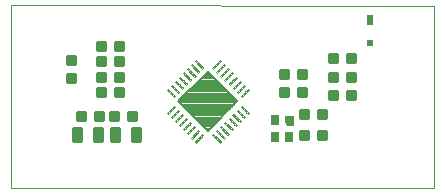
<source format=gtp>
G75*
%MOIN*%
%OFA0B0*%
%FSLAX25Y25*%
%IPPOS*%
%LPD*%
%AMOC8*
5,1,8,0,0,1.08239X$1,22.5*
%
%ADD10C,0.00000*%
%ADD11C,0.00875*%
%ADD12C,0.00728*%
%ADD13C,0.00492*%
%ADD14R,0.01969X0.01969*%
%ADD15R,0.01969X0.03543*%
%ADD16R,0.02953X0.03346*%
%ADD17C,0.00200*%
D10*
X0001250Y0002383D02*
X0001250Y0063593D01*
X0142451Y0063343D01*
X0142451Y0002383D01*
X0001250Y0002383D01*
D11*
X0022187Y0018320D02*
X0024813Y0018320D01*
X0022187Y0018320D02*
X0022187Y0022446D01*
X0024813Y0022446D01*
X0024813Y0018320D01*
X0024813Y0019194D02*
X0022187Y0019194D01*
X0022187Y0020068D02*
X0024813Y0020068D01*
X0024813Y0020942D02*
X0022187Y0020942D01*
X0022187Y0021816D02*
X0024813Y0021816D01*
X0029187Y0018320D02*
X0031813Y0018320D01*
X0029187Y0018320D02*
X0029187Y0022446D01*
X0031813Y0022446D01*
X0031813Y0018320D01*
X0031813Y0019194D02*
X0029187Y0019194D01*
X0029187Y0020068D02*
X0031813Y0020068D01*
X0031813Y0020942D02*
X0029187Y0020942D01*
X0029187Y0021816D02*
X0031813Y0021816D01*
X0034687Y0018320D02*
X0037313Y0018320D01*
X0034687Y0018320D02*
X0034687Y0022446D01*
X0037313Y0022446D01*
X0037313Y0018320D01*
X0037313Y0019194D02*
X0034687Y0019194D01*
X0034687Y0020068D02*
X0037313Y0020068D01*
X0037313Y0020942D02*
X0034687Y0020942D01*
X0034687Y0021816D02*
X0037313Y0021816D01*
X0041687Y0018320D02*
X0044313Y0018320D01*
X0041687Y0018320D02*
X0041687Y0022446D01*
X0044313Y0022446D01*
X0044313Y0018320D01*
X0044313Y0019194D02*
X0041687Y0019194D01*
X0041687Y0020068D02*
X0044313Y0020068D01*
X0044313Y0020942D02*
X0041687Y0020942D01*
X0041687Y0021816D02*
X0044313Y0021816D01*
X0043063Y0025070D02*
X0040437Y0025070D01*
X0040437Y0027696D01*
X0043063Y0027696D01*
X0043063Y0025070D01*
X0043063Y0025944D02*
X0040437Y0025944D01*
X0040437Y0026818D02*
X0043063Y0026818D01*
X0043063Y0027692D02*
X0040437Y0027692D01*
X0037063Y0025070D02*
X0034437Y0025070D01*
X0034437Y0027696D01*
X0037063Y0027696D01*
X0037063Y0025070D01*
X0037063Y0025944D02*
X0034437Y0025944D01*
X0034437Y0026818D02*
X0037063Y0026818D01*
X0037063Y0027692D02*
X0034437Y0027692D01*
X0032063Y0027696D02*
X0029437Y0027696D01*
X0032063Y0027696D02*
X0032063Y0025070D01*
X0029437Y0025070D01*
X0029437Y0027696D01*
X0029437Y0025944D02*
X0032063Y0025944D01*
X0032063Y0026818D02*
X0029437Y0026818D01*
X0029437Y0027692D02*
X0032063Y0027692D01*
X0026063Y0027696D02*
X0023437Y0027696D01*
X0026063Y0027696D02*
X0026063Y0025070D01*
X0023437Y0025070D01*
X0023437Y0027696D01*
X0023437Y0025944D02*
X0026063Y0025944D01*
X0026063Y0026818D02*
X0023437Y0026818D01*
X0023437Y0027692D02*
X0026063Y0027692D01*
X0030187Y0035946D02*
X0032813Y0035946D01*
X0032813Y0033320D01*
X0030187Y0033320D01*
X0030187Y0035946D01*
X0030187Y0034194D02*
X0032813Y0034194D01*
X0032813Y0035068D02*
X0030187Y0035068D01*
X0030187Y0035942D02*
X0032813Y0035942D01*
X0036187Y0035946D02*
X0038813Y0035946D01*
X0038813Y0033320D01*
X0036187Y0033320D01*
X0036187Y0035946D01*
X0036187Y0034194D02*
X0038813Y0034194D01*
X0038813Y0035068D02*
X0036187Y0035068D01*
X0036187Y0035942D02*
X0038813Y0035942D01*
X0038813Y0038320D02*
X0036187Y0038320D01*
X0036187Y0040946D01*
X0038813Y0040946D01*
X0038813Y0038320D01*
X0038813Y0039194D02*
X0036187Y0039194D01*
X0036187Y0040068D02*
X0038813Y0040068D01*
X0038813Y0040942D02*
X0036187Y0040942D01*
X0032813Y0038320D02*
X0030187Y0038320D01*
X0030187Y0040946D01*
X0032813Y0040946D01*
X0032813Y0038320D01*
X0032813Y0039194D02*
X0030187Y0039194D01*
X0030187Y0040068D02*
X0032813Y0040068D01*
X0032813Y0040942D02*
X0030187Y0040942D01*
X0030187Y0046196D02*
X0032813Y0046196D01*
X0032813Y0043570D01*
X0030187Y0043570D01*
X0030187Y0046196D01*
X0030187Y0044444D02*
X0032813Y0044444D01*
X0032813Y0045318D02*
X0030187Y0045318D01*
X0030187Y0046192D02*
X0032813Y0046192D01*
X0036187Y0046196D02*
X0038813Y0046196D01*
X0038813Y0043570D01*
X0036187Y0043570D01*
X0036187Y0046196D01*
X0036187Y0044444D02*
X0038813Y0044444D01*
X0038813Y0045318D02*
X0036187Y0045318D01*
X0036187Y0046192D02*
X0038813Y0046192D01*
X0038813Y0051196D02*
X0036187Y0051196D01*
X0038813Y0051196D02*
X0038813Y0048570D01*
X0036187Y0048570D01*
X0036187Y0051196D01*
X0036187Y0049444D02*
X0038813Y0049444D01*
X0038813Y0050318D02*
X0036187Y0050318D01*
X0036187Y0051192D02*
X0038813Y0051192D01*
X0032813Y0051196D02*
X0030187Y0051196D01*
X0032813Y0051196D02*
X0032813Y0048570D01*
X0030187Y0048570D01*
X0030187Y0051196D01*
X0030187Y0049444D02*
X0032813Y0049444D01*
X0032813Y0050318D02*
X0030187Y0050318D01*
X0030187Y0051192D02*
X0032813Y0051192D01*
X0022813Y0046446D02*
X0022813Y0043820D01*
X0020187Y0043820D01*
X0020187Y0046446D01*
X0022813Y0046446D01*
X0022813Y0044694D02*
X0020187Y0044694D01*
X0020187Y0045568D02*
X0022813Y0045568D01*
X0022813Y0046442D02*
X0020187Y0046442D01*
X0022813Y0040446D02*
X0022813Y0037820D01*
X0020187Y0037820D01*
X0020187Y0040446D01*
X0022813Y0040446D01*
X0022813Y0038694D02*
X0020187Y0038694D01*
X0020187Y0039568D02*
X0022813Y0039568D01*
X0022813Y0040442D02*
X0020187Y0040442D01*
X0090937Y0041696D02*
X0093563Y0041696D01*
X0093563Y0039070D01*
X0090937Y0039070D01*
X0090937Y0041696D01*
X0090937Y0039944D02*
X0093563Y0039944D01*
X0093563Y0040818D02*
X0090937Y0040818D01*
X0090937Y0041692D02*
X0093563Y0041692D01*
X0096937Y0041696D02*
X0099563Y0041696D01*
X0099563Y0039070D01*
X0096937Y0039070D01*
X0096937Y0041696D01*
X0096937Y0039944D02*
X0099563Y0039944D01*
X0099563Y0040818D02*
X0096937Y0040818D01*
X0096937Y0041692D02*
X0099563Y0041692D01*
X0107437Y0040946D02*
X0110063Y0040946D01*
X0110063Y0038320D01*
X0107437Y0038320D01*
X0107437Y0040946D01*
X0107437Y0039194D02*
X0110063Y0039194D01*
X0110063Y0040068D02*
X0107437Y0040068D01*
X0107437Y0040942D02*
X0110063Y0040942D01*
X0113437Y0040946D02*
X0116063Y0040946D01*
X0116063Y0038320D01*
X0113437Y0038320D01*
X0113437Y0040946D01*
X0113437Y0039194D02*
X0116063Y0039194D01*
X0116063Y0040068D02*
X0113437Y0040068D01*
X0113437Y0040942D02*
X0116063Y0040942D01*
X0116063Y0047196D02*
X0113437Y0047196D01*
X0116063Y0047196D02*
X0116063Y0044570D01*
X0113437Y0044570D01*
X0113437Y0047196D01*
X0113437Y0045444D02*
X0116063Y0045444D01*
X0116063Y0046318D02*
X0113437Y0046318D01*
X0113437Y0047192D02*
X0116063Y0047192D01*
X0110063Y0047196D02*
X0107437Y0047196D01*
X0110063Y0047196D02*
X0110063Y0044570D01*
X0107437Y0044570D01*
X0107437Y0047196D01*
X0107437Y0045444D02*
X0110063Y0045444D01*
X0110063Y0046318D02*
X0107437Y0046318D01*
X0107437Y0047192D02*
X0110063Y0047192D01*
X0099636Y0033247D02*
X0097010Y0033247D01*
X0097010Y0035873D01*
X0099636Y0035873D01*
X0099636Y0033247D01*
X0099636Y0034121D02*
X0097010Y0034121D01*
X0097010Y0034995D02*
X0099636Y0034995D01*
X0099636Y0035869D02*
X0097010Y0035869D01*
X0093636Y0033247D02*
X0091010Y0033247D01*
X0091010Y0035873D01*
X0093636Y0035873D01*
X0093636Y0033247D01*
X0093636Y0034121D02*
X0091010Y0034121D01*
X0091010Y0034995D02*
X0093636Y0034995D01*
X0093636Y0035869D02*
X0091010Y0035869D01*
X0107437Y0032320D02*
X0110063Y0032320D01*
X0107437Y0032320D02*
X0107437Y0034946D01*
X0110063Y0034946D01*
X0110063Y0032320D01*
X0110063Y0033194D02*
X0107437Y0033194D01*
X0107437Y0034068D02*
X0110063Y0034068D01*
X0110063Y0034942D02*
X0107437Y0034942D01*
X0113437Y0032320D02*
X0116063Y0032320D01*
X0113437Y0032320D02*
X0113437Y0034946D01*
X0116063Y0034946D01*
X0116063Y0032320D01*
X0116063Y0033194D02*
X0113437Y0033194D01*
X0113437Y0034068D02*
X0116063Y0034068D01*
X0116063Y0034942D02*
X0113437Y0034942D01*
X0106417Y0028385D02*
X0103791Y0028385D01*
X0106417Y0028385D02*
X0106417Y0025759D01*
X0103791Y0025759D01*
X0103791Y0028385D01*
X0103791Y0026633D02*
X0106417Y0026633D01*
X0106417Y0027507D02*
X0103791Y0027507D01*
X0103791Y0028381D02*
X0106417Y0028381D01*
X0100417Y0028385D02*
X0097791Y0028385D01*
X0100417Y0028385D02*
X0100417Y0025759D01*
X0097791Y0025759D01*
X0097791Y0028385D01*
X0097791Y0026633D02*
X0100417Y0026633D01*
X0100417Y0027507D02*
X0097791Y0027507D01*
X0097791Y0028381D02*
X0100417Y0028381D01*
X0100313Y0021524D02*
X0097687Y0021524D01*
X0100313Y0021524D02*
X0100313Y0018898D01*
X0097687Y0018898D01*
X0097687Y0021524D01*
X0097687Y0019772D02*
X0100313Y0019772D01*
X0100313Y0020646D02*
X0097687Y0020646D01*
X0097687Y0021520D02*
X0100313Y0021520D01*
X0103687Y0021524D02*
X0106313Y0021524D01*
X0106313Y0018898D01*
X0103687Y0018898D01*
X0103687Y0021524D01*
X0103687Y0019772D02*
X0106313Y0019772D01*
X0106313Y0020646D02*
X0103687Y0020646D01*
X0103687Y0021520D02*
X0106313Y0021520D01*
D12*
X0076784Y0031383D02*
X0067000Y0041167D01*
X0076784Y0031383D02*
X0067000Y0021599D01*
X0057216Y0031383D01*
X0067000Y0041167D01*
X0067727Y0022326D02*
X0066273Y0022326D01*
X0065546Y0023053D02*
X0068454Y0023053D01*
X0069181Y0023780D02*
X0064819Y0023780D01*
X0064092Y0024507D02*
X0069908Y0024507D01*
X0070635Y0025234D02*
X0063365Y0025234D01*
X0062638Y0025961D02*
X0071362Y0025961D01*
X0072089Y0026688D02*
X0061911Y0026688D01*
X0061184Y0027415D02*
X0072816Y0027415D01*
X0073543Y0028142D02*
X0060457Y0028142D01*
X0059730Y0028869D02*
X0074270Y0028869D01*
X0074997Y0029596D02*
X0059003Y0029596D01*
X0058276Y0030323D02*
X0075724Y0030323D01*
X0076451Y0031050D02*
X0057549Y0031050D01*
X0057610Y0031777D02*
X0076390Y0031777D01*
X0075663Y0032504D02*
X0058337Y0032504D01*
X0059064Y0033231D02*
X0074936Y0033231D01*
X0074209Y0033958D02*
X0059791Y0033958D01*
X0060518Y0034685D02*
X0073482Y0034685D01*
X0072755Y0035412D02*
X0061245Y0035412D01*
X0061972Y0036139D02*
X0072028Y0036139D01*
X0071301Y0036866D02*
X0062699Y0036866D01*
X0063426Y0037593D02*
X0070574Y0037593D01*
X0069847Y0038320D02*
X0064153Y0038320D01*
X0064880Y0039047D02*
X0069120Y0039047D01*
X0068393Y0039774D02*
X0065607Y0039774D01*
X0066334Y0040501D02*
X0067666Y0040501D01*
D13*
X0069854Y0041267D02*
X0072288Y0043701D01*
X0072636Y0043353D01*
X0070202Y0040919D01*
X0069854Y0041267D01*
X0069997Y0041410D02*
X0070693Y0041410D01*
X0070488Y0041901D02*
X0071184Y0041901D01*
X0070979Y0042392D02*
X0071675Y0042392D01*
X0071470Y0042883D02*
X0072166Y0042883D01*
X0071961Y0043374D02*
X0072615Y0043374D01*
X0070896Y0045092D02*
X0068462Y0042658D01*
X0070896Y0045092D02*
X0071244Y0044744D01*
X0068810Y0042310D01*
X0068462Y0042658D01*
X0068605Y0042801D02*
X0069301Y0042801D01*
X0069096Y0043292D02*
X0069792Y0043292D01*
X0069587Y0043783D02*
X0070283Y0043783D01*
X0070078Y0044274D02*
X0070774Y0044274D01*
X0070569Y0044765D02*
X0071223Y0044765D01*
X0065190Y0042310D02*
X0062756Y0044744D01*
X0063104Y0045092D01*
X0065538Y0042658D01*
X0065190Y0042310D01*
X0065395Y0042801D02*
X0064699Y0042801D01*
X0064904Y0043292D02*
X0064208Y0043292D01*
X0064413Y0043783D02*
X0063717Y0043783D01*
X0063922Y0044274D02*
X0063226Y0044274D01*
X0063431Y0044765D02*
X0062777Y0044765D01*
X0061433Y0043422D02*
X0063867Y0040988D01*
X0061433Y0043422D02*
X0061781Y0043770D01*
X0064215Y0041336D01*
X0063867Y0040988D01*
X0064072Y0041479D02*
X0063376Y0041479D01*
X0063581Y0041970D02*
X0062885Y0041970D01*
X0063090Y0042461D02*
X0062394Y0042461D01*
X0062599Y0042952D02*
X0061903Y0042952D01*
X0062108Y0043443D02*
X0061454Y0043443D01*
X0060111Y0042100D02*
X0062545Y0039666D01*
X0060111Y0042100D02*
X0060459Y0042448D01*
X0062893Y0040014D01*
X0062545Y0039666D01*
X0062750Y0040157D02*
X0062054Y0040157D01*
X0062259Y0040648D02*
X0061563Y0040648D01*
X0061768Y0041139D02*
X0061072Y0041139D01*
X0061277Y0041630D02*
X0060581Y0041630D01*
X0060786Y0042121D02*
X0060132Y0042121D01*
X0058719Y0040708D02*
X0061153Y0038274D01*
X0058719Y0040708D02*
X0059067Y0041056D01*
X0061501Y0038622D01*
X0061153Y0038274D01*
X0061358Y0038765D02*
X0060662Y0038765D01*
X0060867Y0039256D02*
X0060171Y0039256D01*
X0060376Y0039747D02*
X0059680Y0039747D01*
X0059885Y0040238D02*
X0059189Y0040238D01*
X0059394Y0040729D02*
X0058740Y0040729D01*
X0057327Y0039316D02*
X0059761Y0036882D01*
X0057327Y0039316D02*
X0057675Y0039664D01*
X0060109Y0037230D01*
X0059761Y0036882D01*
X0059966Y0037373D02*
X0059270Y0037373D01*
X0059475Y0037864D02*
X0058779Y0037864D01*
X0058984Y0038355D02*
X0058288Y0038355D01*
X0058493Y0038846D02*
X0057797Y0038846D01*
X0058002Y0039337D02*
X0057348Y0039337D01*
X0056005Y0037994D02*
X0058439Y0035560D01*
X0056005Y0037994D02*
X0056353Y0038342D01*
X0058787Y0035908D01*
X0058439Y0035560D01*
X0058644Y0036051D02*
X0057948Y0036051D01*
X0058153Y0036542D02*
X0057457Y0036542D01*
X0057662Y0037033D02*
X0056966Y0037033D01*
X0057171Y0037524D02*
X0056475Y0037524D01*
X0056680Y0038015D02*
X0056026Y0038015D01*
X0054613Y0036602D02*
X0057047Y0034168D01*
X0054613Y0036602D02*
X0054961Y0036950D01*
X0057395Y0034516D01*
X0057047Y0034168D01*
X0057252Y0034659D02*
X0056556Y0034659D01*
X0056761Y0035150D02*
X0056065Y0035150D01*
X0056270Y0035641D02*
X0055574Y0035641D01*
X0055779Y0036132D02*
X0055083Y0036132D01*
X0055288Y0036623D02*
X0054634Y0036623D01*
X0053290Y0035279D02*
X0055724Y0032845D01*
X0053290Y0035279D02*
X0053638Y0035627D01*
X0056072Y0033193D01*
X0055724Y0032845D01*
X0055929Y0033336D02*
X0055233Y0033336D01*
X0055438Y0033827D02*
X0054742Y0033827D01*
X0054947Y0034318D02*
X0054251Y0034318D01*
X0054456Y0034809D02*
X0053760Y0034809D01*
X0053965Y0035300D02*
X0053311Y0035300D01*
X0056072Y0029572D02*
X0053638Y0027138D01*
X0053290Y0027486D01*
X0055724Y0029920D01*
X0056072Y0029572D01*
X0054129Y0027629D02*
X0053433Y0027629D01*
X0053924Y0028120D02*
X0054620Y0028120D01*
X0054415Y0028611D02*
X0055111Y0028611D01*
X0054906Y0029102D02*
X0055602Y0029102D01*
X0055397Y0029593D02*
X0056051Y0029593D01*
X0057395Y0028250D02*
X0054961Y0025816D01*
X0054613Y0026164D01*
X0057047Y0028598D01*
X0057395Y0028250D01*
X0055452Y0026307D02*
X0054756Y0026307D01*
X0055247Y0026798D02*
X0055943Y0026798D01*
X0055738Y0027289D02*
X0056434Y0027289D01*
X0056229Y0027780D02*
X0056925Y0027780D01*
X0056720Y0028271D02*
X0057374Y0028271D01*
X0058717Y0026928D02*
X0056283Y0024494D01*
X0055935Y0024842D01*
X0058369Y0027276D01*
X0058717Y0026928D01*
X0056774Y0024985D02*
X0056078Y0024985D01*
X0056569Y0025476D02*
X0057265Y0025476D01*
X0057060Y0025967D02*
X0057756Y0025967D01*
X0057551Y0026458D02*
X0058247Y0026458D01*
X0058042Y0026949D02*
X0058696Y0026949D01*
X0060109Y0025536D02*
X0057675Y0023102D01*
X0057327Y0023450D01*
X0059761Y0025884D01*
X0060109Y0025536D01*
X0058166Y0023593D02*
X0057470Y0023593D01*
X0057961Y0024084D02*
X0058657Y0024084D01*
X0058452Y0024575D02*
X0059148Y0024575D01*
X0058943Y0025066D02*
X0059639Y0025066D01*
X0059434Y0025557D02*
X0060088Y0025557D01*
X0061501Y0024144D02*
X0059067Y0021710D01*
X0058719Y0022058D01*
X0061153Y0024492D01*
X0061501Y0024144D01*
X0059558Y0022201D02*
X0058862Y0022201D01*
X0059353Y0022692D02*
X0060049Y0022692D01*
X0059844Y0023183D02*
X0060540Y0023183D01*
X0060335Y0023674D02*
X0061031Y0023674D01*
X0060826Y0024165D02*
X0061480Y0024165D01*
X0062823Y0022821D02*
X0060389Y0020387D01*
X0060041Y0020735D01*
X0062475Y0023169D01*
X0062823Y0022821D01*
X0060880Y0020878D02*
X0060184Y0020878D01*
X0060675Y0021369D02*
X0061371Y0021369D01*
X0061166Y0021860D02*
X0061862Y0021860D01*
X0061657Y0022351D02*
X0062353Y0022351D01*
X0062148Y0022842D02*
X0062802Y0022842D01*
X0064215Y0021429D02*
X0061781Y0018995D01*
X0061433Y0019343D01*
X0063867Y0021777D01*
X0064215Y0021429D01*
X0062272Y0019486D02*
X0061576Y0019486D01*
X0062067Y0019977D02*
X0062763Y0019977D01*
X0062558Y0020468D02*
X0063254Y0020468D01*
X0063049Y0020959D02*
X0063745Y0020959D01*
X0063540Y0021450D02*
X0064194Y0021450D01*
X0065538Y0020107D02*
X0063104Y0017673D01*
X0062756Y0018021D01*
X0065190Y0020455D01*
X0065538Y0020107D01*
X0063595Y0018164D02*
X0062899Y0018164D01*
X0063390Y0018655D02*
X0064086Y0018655D01*
X0063881Y0019146D02*
X0064577Y0019146D01*
X0064372Y0019637D02*
X0065068Y0019637D01*
X0064863Y0020128D02*
X0065517Y0020128D01*
X0068810Y0020455D02*
X0071244Y0018021D01*
X0070896Y0017673D01*
X0068462Y0020107D01*
X0068810Y0020455D01*
X0070405Y0018164D02*
X0071101Y0018164D01*
X0070610Y0018655D02*
X0069914Y0018655D01*
X0070119Y0019146D02*
X0069423Y0019146D01*
X0069628Y0019637D02*
X0068932Y0019637D01*
X0069137Y0020128D02*
X0068483Y0020128D01*
X0070133Y0021777D02*
X0072567Y0019343D01*
X0072219Y0018995D01*
X0069785Y0021429D01*
X0070133Y0021777D01*
X0071728Y0019486D02*
X0072424Y0019486D01*
X0071933Y0019977D02*
X0071237Y0019977D01*
X0071442Y0020468D02*
X0070746Y0020468D01*
X0070951Y0020959D02*
X0070255Y0020959D01*
X0070460Y0021450D02*
X0069806Y0021450D01*
X0071455Y0023100D02*
X0073889Y0020666D01*
X0073541Y0020318D01*
X0071107Y0022752D01*
X0071455Y0023100D01*
X0073050Y0020809D02*
X0073746Y0020809D01*
X0073255Y0021300D02*
X0072559Y0021300D01*
X0072764Y0021791D02*
X0072068Y0021791D01*
X0072273Y0022282D02*
X0071577Y0022282D01*
X0071782Y0022773D02*
X0071128Y0022773D01*
X0072847Y0024492D02*
X0075281Y0022058D01*
X0074933Y0021710D01*
X0072499Y0024144D01*
X0072847Y0024492D01*
X0074442Y0022201D02*
X0075138Y0022201D01*
X0074647Y0022692D02*
X0073951Y0022692D01*
X0074156Y0023183D02*
X0073460Y0023183D01*
X0073665Y0023674D02*
X0072969Y0023674D01*
X0073174Y0024165D02*
X0072520Y0024165D01*
X0074239Y0025884D02*
X0076673Y0023450D01*
X0076325Y0023102D01*
X0073891Y0025536D01*
X0074239Y0025884D01*
X0075834Y0023593D02*
X0076530Y0023593D01*
X0076039Y0024084D02*
X0075343Y0024084D01*
X0075548Y0024575D02*
X0074852Y0024575D01*
X0075057Y0025066D02*
X0074361Y0025066D01*
X0074566Y0025557D02*
X0073912Y0025557D01*
X0075561Y0027206D02*
X0077995Y0024772D01*
X0077647Y0024424D01*
X0075213Y0026858D01*
X0075561Y0027206D01*
X0077156Y0024915D02*
X0077852Y0024915D01*
X0077361Y0025406D02*
X0076665Y0025406D01*
X0076870Y0025897D02*
X0076174Y0025897D01*
X0076379Y0026388D02*
X0075683Y0026388D01*
X0075888Y0026879D02*
X0075234Y0026879D01*
X0076953Y0028598D02*
X0079387Y0026164D01*
X0079039Y0025816D01*
X0076605Y0028250D01*
X0076953Y0028598D01*
X0078548Y0026307D02*
X0079244Y0026307D01*
X0078753Y0026798D02*
X0078057Y0026798D01*
X0078262Y0027289D02*
X0077566Y0027289D01*
X0077771Y0027780D02*
X0077075Y0027780D01*
X0077280Y0028271D02*
X0076626Y0028271D01*
X0078276Y0029920D02*
X0080710Y0027486D01*
X0080362Y0027138D01*
X0077928Y0029572D01*
X0078276Y0029920D01*
X0079871Y0027629D02*
X0080567Y0027629D01*
X0080076Y0028120D02*
X0079380Y0028120D01*
X0079585Y0028611D02*
X0078889Y0028611D01*
X0079094Y0029102D02*
X0078398Y0029102D01*
X0078603Y0029593D02*
X0077949Y0029593D01*
X0077928Y0033193D02*
X0080362Y0035627D01*
X0080710Y0035279D01*
X0078276Y0032845D01*
X0077928Y0033193D01*
X0078071Y0033336D02*
X0078767Y0033336D01*
X0078562Y0033827D02*
X0079258Y0033827D01*
X0079053Y0034318D02*
X0079749Y0034318D01*
X0079544Y0034809D02*
X0080240Y0034809D01*
X0080035Y0035300D02*
X0080689Y0035300D01*
X0079039Y0036950D02*
X0076605Y0034516D01*
X0079039Y0036950D02*
X0079387Y0036602D01*
X0076953Y0034168D01*
X0076605Y0034516D01*
X0076748Y0034659D02*
X0077444Y0034659D01*
X0077239Y0035150D02*
X0077935Y0035150D01*
X0077730Y0035641D02*
X0078426Y0035641D01*
X0078221Y0036132D02*
X0078917Y0036132D01*
X0078712Y0036623D02*
X0079366Y0036623D01*
X0077717Y0038272D02*
X0075283Y0035838D01*
X0077717Y0038272D02*
X0078065Y0037924D01*
X0075631Y0035490D01*
X0075283Y0035838D01*
X0075426Y0035981D02*
X0076122Y0035981D01*
X0075917Y0036472D02*
X0076613Y0036472D01*
X0076408Y0036963D02*
X0077104Y0036963D01*
X0076899Y0037454D02*
X0077595Y0037454D01*
X0077390Y0037945D02*
X0078044Y0037945D01*
X0076325Y0039664D02*
X0073891Y0037230D01*
X0076325Y0039664D02*
X0076673Y0039316D01*
X0074239Y0036882D01*
X0073891Y0037230D01*
X0074034Y0037373D02*
X0074730Y0037373D01*
X0074525Y0037864D02*
X0075221Y0037864D01*
X0075016Y0038355D02*
X0075712Y0038355D01*
X0075507Y0038846D02*
X0076203Y0038846D01*
X0075998Y0039337D02*
X0076652Y0039337D01*
X0074933Y0041056D02*
X0072499Y0038622D01*
X0074933Y0041056D02*
X0075281Y0040708D01*
X0072847Y0038274D01*
X0072499Y0038622D01*
X0072642Y0038765D02*
X0073338Y0038765D01*
X0073133Y0039256D02*
X0073829Y0039256D01*
X0073624Y0039747D02*
X0074320Y0039747D01*
X0074115Y0040238D02*
X0074811Y0040238D01*
X0074606Y0040729D02*
X0075260Y0040729D01*
X0073611Y0042378D02*
X0071177Y0039944D01*
X0073611Y0042378D02*
X0073959Y0042030D01*
X0071525Y0039596D01*
X0071177Y0039944D01*
X0071320Y0040087D02*
X0072016Y0040087D01*
X0071811Y0040578D02*
X0072507Y0040578D01*
X0072302Y0041069D02*
X0072998Y0041069D01*
X0072793Y0041560D02*
X0073489Y0041560D01*
X0073284Y0042051D02*
X0073938Y0042051D01*
D14*
X0121016Y0050737D03*
D15*
X0121016Y0058611D03*
D16*
X0089456Y0025060D03*
X0089456Y0019352D03*
X0093983Y0019352D03*
D17*
X0093590Y0023486D02*
X0095361Y0023486D01*
X0095361Y0026635D01*
X0092605Y0026635D01*
X0092605Y0024470D01*
X0093590Y0023486D01*
X0093503Y0023572D02*
X0095361Y0023572D01*
X0095361Y0023770D02*
X0093305Y0023770D01*
X0093106Y0023969D02*
X0095361Y0023969D01*
X0095361Y0024168D02*
X0092908Y0024168D01*
X0092709Y0024366D02*
X0095361Y0024366D01*
X0095361Y0024565D02*
X0092605Y0024565D01*
X0092605Y0024763D02*
X0095361Y0024763D01*
X0095361Y0024962D02*
X0092605Y0024962D01*
X0092605Y0025160D02*
X0095361Y0025160D01*
X0095361Y0025359D02*
X0092605Y0025359D01*
X0092605Y0025557D02*
X0095361Y0025557D01*
X0095361Y0025756D02*
X0092605Y0025756D01*
X0092605Y0025954D02*
X0095361Y0025954D01*
X0095361Y0026153D02*
X0092605Y0026153D01*
X0092605Y0026351D02*
X0095361Y0026351D01*
X0095361Y0026550D02*
X0092605Y0026550D01*
M02*

</source>
